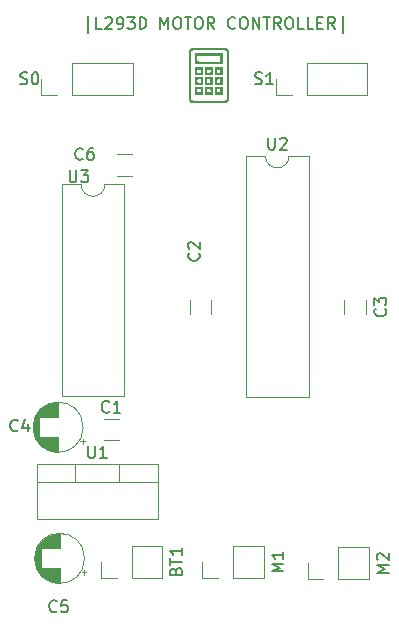
<source format=gbr>
%TF.GenerationSoftware,KiCad,Pcbnew,7.0.6*%
%TF.CreationDate,2023-09-15T11:55:09+02:00*%
%TF.ProjectId,l293d-motor-controller,6c323933-642d-46d6-9f74-6f722d636f6e,rev?*%
%TF.SameCoordinates,Original*%
%TF.FileFunction,Legend,Top*%
%TF.FilePolarity,Positive*%
%FSLAX46Y46*%
G04 Gerber Fmt 4.6, Leading zero omitted, Abs format (unit mm)*
G04 Created by KiCad (PCBNEW 7.0.6) date 2023-09-15 11:55:09*
%MOMM*%
%LPD*%
G01*
G04 APERTURE LIST*
%ADD10C,0.150000*%
%ADD11C,0.120000*%
G04 APERTURE END LIST*
D10*
X112274874Y-99503152D02*
X112274874Y-98074580D01*
X113465350Y-99169819D02*
X112989160Y-99169819D01*
X112989160Y-99169819D02*
X112989160Y-98169819D01*
X113751065Y-98265057D02*
X113798684Y-98217438D01*
X113798684Y-98217438D02*
X113893922Y-98169819D01*
X113893922Y-98169819D02*
X114132017Y-98169819D01*
X114132017Y-98169819D02*
X114227255Y-98217438D01*
X114227255Y-98217438D02*
X114274874Y-98265057D01*
X114274874Y-98265057D02*
X114322493Y-98360295D01*
X114322493Y-98360295D02*
X114322493Y-98455533D01*
X114322493Y-98455533D02*
X114274874Y-98598390D01*
X114274874Y-98598390D02*
X113703446Y-99169819D01*
X113703446Y-99169819D02*
X114322493Y-99169819D01*
X114798684Y-99169819D02*
X114989160Y-99169819D01*
X114989160Y-99169819D02*
X115084398Y-99122200D01*
X115084398Y-99122200D02*
X115132017Y-99074580D01*
X115132017Y-99074580D02*
X115227255Y-98931723D01*
X115227255Y-98931723D02*
X115274874Y-98741247D01*
X115274874Y-98741247D02*
X115274874Y-98360295D01*
X115274874Y-98360295D02*
X115227255Y-98265057D01*
X115227255Y-98265057D02*
X115179636Y-98217438D01*
X115179636Y-98217438D02*
X115084398Y-98169819D01*
X115084398Y-98169819D02*
X114893922Y-98169819D01*
X114893922Y-98169819D02*
X114798684Y-98217438D01*
X114798684Y-98217438D02*
X114751065Y-98265057D01*
X114751065Y-98265057D02*
X114703446Y-98360295D01*
X114703446Y-98360295D02*
X114703446Y-98598390D01*
X114703446Y-98598390D02*
X114751065Y-98693628D01*
X114751065Y-98693628D02*
X114798684Y-98741247D01*
X114798684Y-98741247D02*
X114893922Y-98788866D01*
X114893922Y-98788866D02*
X115084398Y-98788866D01*
X115084398Y-98788866D02*
X115179636Y-98741247D01*
X115179636Y-98741247D02*
X115227255Y-98693628D01*
X115227255Y-98693628D02*
X115274874Y-98598390D01*
X115608208Y-98169819D02*
X116227255Y-98169819D01*
X116227255Y-98169819D02*
X115893922Y-98550771D01*
X115893922Y-98550771D02*
X116036779Y-98550771D01*
X116036779Y-98550771D02*
X116132017Y-98598390D01*
X116132017Y-98598390D02*
X116179636Y-98646009D01*
X116179636Y-98646009D02*
X116227255Y-98741247D01*
X116227255Y-98741247D02*
X116227255Y-98979342D01*
X116227255Y-98979342D02*
X116179636Y-99074580D01*
X116179636Y-99074580D02*
X116132017Y-99122200D01*
X116132017Y-99122200D02*
X116036779Y-99169819D01*
X116036779Y-99169819D02*
X115751065Y-99169819D01*
X115751065Y-99169819D02*
X115655827Y-99122200D01*
X115655827Y-99122200D02*
X115608208Y-99074580D01*
X116655827Y-99169819D02*
X116655827Y-98169819D01*
X116655827Y-98169819D02*
X116893922Y-98169819D01*
X116893922Y-98169819D02*
X117036779Y-98217438D01*
X117036779Y-98217438D02*
X117132017Y-98312676D01*
X117132017Y-98312676D02*
X117179636Y-98407914D01*
X117179636Y-98407914D02*
X117227255Y-98598390D01*
X117227255Y-98598390D02*
X117227255Y-98741247D01*
X117227255Y-98741247D02*
X117179636Y-98931723D01*
X117179636Y-98931723D02*
X117132017Y-99026961D01*
X117132017Y-99026961D02*
X117036779Y-99122200D01*
X117036779Y-99122200D02*
X116893922Y-99169819D01*
X116893922Y-99169819D02*
X116655827Y-99169819D01*
X118417732Y-99169819D02*
X118417732Y-98169819D01*
X118417732Y-98169819D02*
X118751065Y-98884104D01*
X118751065Y-98884104D02*
X119084398Y-98169819D01*
X119084398Y-98169819D02*
X119084398Y-99169819D01*
X119751065Y-98169819D02*
X119941541Y-98169819D01*
X119941541Y-98169819D02*
X120036779Y-98217438D01*
X120036779Y-98217438D02*
X120132017Y-98312676D01*
X120132017Y-98312676D02*
X120179636Y-98503152D01*
X120179636Y-98503152D02*
X120179636Y-98836485D01*
X120179636Y-98836485D02*
X120132017Y-99026961D01*
X120132017Y-99026961D02*
X120036779Y-99122200D01*
X120036779Y-99122200D02*
X119941541Y-99169819D01*
X119941541Y-99169819D02*
X119751065Y-99169819D01*
X119751065Y-99169819D02*
X119655827Y-99122200D01*
X119655827Y-99122200D02*
X119560589Y-99026961D01*
X119560589Y-99026961D02*
X119512970Y-98836485D01*
X119512970Y-98836485D02*
X119512970Y-98503152D01*
X119512970Y-98503152D02*
X119560589Y-98312676D01*
X119560589Y-98312676D02*
X119655827Y-98217438D01*
X119655827Y-98217438D02*
X119751065Y-98169819D01*
X120465351Y-98169819D02*
X121036779Y-98169819D01*
X120751065Y-99169819D02*
X120751065Y-98169819D01*
X121560589Y-98169819D02*
X121751065Y-98169819D01*
X121751065Y-98169819D02*
X121846303Y-98217438D01*
X121846303Y-98217438D02*
X121941541Y-98312676D01*
X121941541Y-98312676D02*
X121989160Y-98503152D01*
X121989160Y-98503152D02*
X121989160Y-98836485D01*
X121989160Y-98836485D02*
X121941541Y-99026961D01*
X121941541Y-99026961D02*
X121846303Y-99122200D01*
X121846303Y-99122200D02*
X121751065Y-99169819D01*
X121751065Y-99169819D02*
X121560589Y-99169819D01*
X121560589Y-99169819D02*
X121465351Y-99122200D01*
X121465351Y-99122200D02*
X121370113Y-99026961D01*
X121370113Y-99026961D02*
X121322494Y-98836485D01*
X121322494Y-98836485D02*
X121322494Y-98503152D01*
X121322494Y-98503152D02*
X121370113Y-98312676D01*
X121370113Y-98312676D02*
X121465351Y-98217438D01*
X121465351Y-98217438D02*
X121560589Y-98169819D01*
X122989160Y-99169819D02*
X122655827Y-98693628D01*
X122417732Y-99169819D02*
X122417732Y-98169819D01*
X122417732Y-98169819D02*
X122798684Y-98169819D01*
X122798684Y-98169819D02*
X122893922Y-98217438D01*
X122893922Y-98217438D02*
X122941541Y-98265057D01*
X122941541Y-98265057D02*
X122989160Y-98360295D01*
X122989160Y-98360295D02*
X122989160Y-98503152D01*
X122989160Y-98503152D02*
X122941541Y-98598390D01*
X122941541Y-98598390D02*
X122893922Y-98646009D01*
X122893922Y-98646009D02*
X122798684Y-98693628D01*
X122798684Y-98693628D02*
X122417732Y-98693628D01*
X124751065Y-99074580D02*
X124703446Y-99122200D01*
X124703446Y-99122200D02*
X124560589Y-99169819D01*
X124560589Y-99169819D02*
X124465351Y-99169819D01*
X124465351Y-99169819D02*
X124322494Y-99122200D01*
X124322494Y-99122200D02*
X124227256Y-99026961D01*
X124227256Y-99026961D02*
X124179637Y-98931723D01*
X124179637Y-98931723D02*
X124132018Y-98741247D01*
X124132018Y-98741247D02*
X124132018Y-98598390D01*
X124132018Y-98598390D02*
X124179637Y-98407914D01*
X124179637Y-98407914D02*
X124227256Y-98312676D01*
X124227256Y-98312676D02*
X124322494Y-98217438D01*
X124322494Y-98217438D02*
X124465351Y-98169819D01*
X124465351Y-98169819D02*
X124560589Y-98169819D01*
X124560589Y-98169819D02*
X124703446Y-98217438D01*
X124703446Y-98217438D02*
X124751065Y-98265057D01*
X125370113Y-98169819D02*
X125560589Y-98169819D01*
X125560589Y-98169819D02*
X125655827Y-98217438D01*
X125655827Y-98217438D02*
X125751065Y-98312676D01*
X125751065Y-98312676D02*
X125798684Y-98503152D01*
X125798684Y-98503152D02*
X125798684Y-98836485D01*
X125798684Y-98836485D02*
X125751065Y-99026961D01*
X125751065Y-99026961D02*
X125655827Y-99122200D01*
X125655827Y-99122200D02*
X125560589Y-99169819D01*
X125560589Y-99169819D02*
X125370113Y-99169819D01*
X125370113Y-99169819D02*
X125274875Y-99122200D01*
X125274875Y-99122200D02*
X125179637Y-99026961D01*
X125179637Y-99026961D02*
X125132018Y-98836485D01*
X125132018Y-98836485D02*
X125132018Y-98503152D01*
X125132018Y-98503152D02*
X125179637Y-98312676D01*
X125179637Y-98312676D02*
X125274875Y-98217438D01*
X125274875Y-98217438D02*
X125370113Y-98169819D01*
X126227256Y-99169819D02*
X126227256Y-98169819D01*
X126227256Y-98169819D02*
X126798684Y-99169819D01*
X126798684Y-99169819D02*
X126798684Y-98169819D01*
X127132018Y-98169819D02*
X127703446Y-98169819D01*
X127417732Y-99169819D02*
X127417732Y-98169819D01*
X128608208Y-99169819D02*
X128274875Y-98693628D01*
X128036780Y-99169819D02*
X128036780Y-98169819D01*
X128036780Y-98169819D02*
X128417732Y-98169819D01*
X128417732Y-98169819D02*
X128512970Y-98217438D01*
X128512970Y-98217438D02*
X128560589Y-98265057D01*
X128560589Y-98265057D02*
X128608208Y-98360295D01*
X128608208Y-98360295D02*
X128608208Y-98503152D01*
X128608208Y-98503152D02*
X128560589Y-98598390D01*
X128560589Y-98598390D02*
X128512970Y-98646009D01*
X128512970Y-98646009D02*
X128417732Y-98693628D01*
X128417732Y-98693628D02*
X128036780Y-98693628D01*
X129227256Y-98169819D02*
X129417732Y-98169819D01*
X129417732Y-98169819D02*
X129512970Y-98217438D01*
X129512970Y-98217438D02*
X129608208Y-98312676D01*
X129608208Y-98312676D02*
X129655827Y-98503152D01*
X129655827Y-98503152D02*
X129655827Y-98836485D01*
X129655827Y-98836485D02*
X129608208Y-99026961D01*
X129608208Y-99026961D02*
X129512970Y-99122200D01*
X129512970Y-99122200D02*
X129417732Y-99169819D01*
X129417732Y-99169819D02*
X129227256Y-99169819D01*
X129227256Y-99169819D02*
X129132018Y-99122200D01*
X129132018Y-99122200D02*
X129036780Y-99026961D01*
X129036780Y-99026961D02*
X128989161Y-98836485D01*
X128989161Y-98836485D02*
X128989161Y-98503152D01*
X128989161Y-98503152D02*
X129036780Y-98312676D01*
X129036780Y-98312676D02*
X129132018Y-98217438D01*
X129132018Y-98217438D02*
X129227256Y-98169819D01*
X130560589Y-99169819D02*
X130084399Y-99169819D01*
X130084399Y-99169819D02*
X130084399Y-98169819D01*
X131370113Y-99169819D02*
X130893923Y-99169819D01*
X130893923Y-99169819D02*
X130893923Y-98169819D01*
X131703447Y-98646009D02*
X132036780Y-98646009D01*
X132179637Y-99169819D02*
X131703447Y-99169819D01*
X131703447Y-99169819D02*
X131703447Y-98169819D01*
X131703447Y-98169819D02*
X132179637Y-98169819D01*
X133179637Y-99169819D02*
X132846304Y-98693628D01*
X132608209Y-99169819D02*
X132608209Y-98169819D01*
X132608209Y-98169819D02*
X132989161Y-98169819D01*
X132989161Y-98169819D02*
X133084399Y-98217438D01*
X133084399Y-98217438D02*
X133132018Y-98265057D01*
X133132018Y-98265057D02*
X133179637Y-98360295D01*
X133179637Y-98360295D02*
X133179637Y-98503152D01*
X133179637Y-98503152D02*
X133132018Y-98598390D01*
X133132018Y-98598390D02*
X133084399Y-98646009D01*
X133084399Y-98646009D02*
X132989161Y-98693628D01*
X132989161Y-98693628D02*
X132608209Y-98693628D01*
X133846304Y-99503152D02*
X133846304Y-98074580D01*
X112298095Y-134484819D02*
X112298095Y-135294342D01*
X112298095Y-135294342D02*
X112345714Y-135389580D01*
X112345714Y-135389580D02*
X112393333Y-135437200D01*
X112393333Y-135437200D02*
X112488571Y-135484819D01*
X112488571Y-135484819D02*
X112679047Y-135484819D01*
X112679047Y-135484819D02*
X112774285Y-135437200D01*
X112774285Y-135437200D02*
X112821904Y-135389580D01*
X112821904Y-135389580D02*
X112869523Y-135294342D01*
X112869523Y-135294342D02*
X112869523Y-134484819D01*
X113869523Y-135484819D02*
X113298095Y-135484819D01*
X113583809Y-135484819D02*
X113583809Y-134484819D01*
X113583809Y-134484819D02*
X113488571Y-134627676D01*
X113488571Y-134627676D02*
X113393333Y-134722914D01*
X113393333Y-134722914D02*
X113298095Y-134770533D01*
X137734819Y-145209523D02*
X136734819Y-145209523D01*
X136734819Y-145209523D02*
X137449104Y-144876190D01*
X137449104Y-144876190D02*
X136734819Y-144542857D01*
X136734819Y-144542857D02*
X137734819Y-144542857D01*
X136830057Y-144114285D02*
X136782438Y-144066666D01*
X136782438Y-144066666D02*
X136734819Y-143971428D01*
X136734819Y-143971428D02*
X136734819Y-143733333D01*
X136734819Y-143733333D02*
X136782438Y-143638095D01*
X136782438Y-143638095D02*
X136830057Y-143590476D01*
X136830057Y-143590476D02*
X136925295Y-143542857D01*
X136925295Y-143542857D02*
X137020533Y-143542857D01*
X137020533Y-143542857D02*
X137163390Y-143590476D01*
X137163390Y-143590476D02*
X137734819Y-144161904D01*
X137734819Y-144161904D02*
X137734819Y-143542857D01*
X119711009Y-145085714D02*
X119758628Y-144942857D01*
X119758628Y-144942857D02*
X119806247Y-144895238D01*
X119806247Y-144895238D02*
X119901485Y-144847619D01*
X119901485Y-144847619D02*
X120044342Y-144847619D01*
X120044342Y-144847619D02*
X120139580Y-144895238D01*
X120139580Y-144895238D02*
X120187200Y-144942857D01*
X120187200Y-144942857D02*
X120234819Y-145038095D01*
X120234819Y-145038095D02*
X120234819Y-145419047D01*
X120234819Y-145419047D02*
X119234819Y-145419047D01*
X119234819Y-145419047D02*
X119234819Y-145085714D01*
X119234819Y-145085714D02*
X119282438Y-144990476D01*
X119282438Y-144990476D02*
X119330057Y-144942857D01*
X119330057Y-144942857D02*
X119425295Y-144895238D01*
X119425295Y-144895238D02*
X119520533Y-144895238D01*
X119520533Y-144895238D02*
X119615771Y-144942857D01*
X119615771Y-144942857D02*
X119663390Y-144990476D01*
X119663390Y-144990476D02*
X119711009Y-145085714D01*
X119711009Y-145085714D02*
X119711009Y-145419047D01*
X119234819Y-144561904D02*
X119234819Y-143990476D01*
X120234819Y-144276190D02*
X119234819Y-144276190D01*
X120234819Y-143133333D02*
X120234819Y-143704761D01*
X120234819Y-143419047D02*
X119234819Y-143419047D01*
X119234819Y-143419047D02*
X119377676Y-143514285D01*
X119377676Y-143514285D02*
X119472914Y-143609523D01*
X119472914Y-143609523D02*
X119520533Y-143704761D01*
X109633333Y-148459580D02*
X109585714Y-148507200D01*
X109585714Y-148507200D02*
X109442857Y-148554819D01*
X109442857Y-148554819D02*
X109347619Y-148554819D01*
X109347619Y-148554819D02*
X109204762Y-148507200D01*
X109204762Y-148507200D02*
X109109524Y-148411961D01*
X109109524Y-148411961D02*
X109061905Y-148316723D01*
X109061905Y-148316723D02*
X109014286Y-148126247D01*
X109014286Y-148126247D02*
X109014286Y-147983390D01*
X109014286Y-147983390D02*
X109061905Y-147792914D01*
X109061905Y-147792914D02*
X109109524Y-147697676D01*
X109109524Y-147697676D02*
X109204762Y-147602438D01*
X109204762Y-147602438D02*
X109347619Y-147554819D01*
X109347619Y-147554819D02*
X109442857Y-147554819D01*
X109442857Y-147554819D02*
X109585714Y-147602438D01*
X109585714Y-147602438D02*
X109633333Y-147650057D01*
X110538095Y-147554819D02*
X110061905Y-147554819D01*
X110061905Y-147554819D02*
X110014286Y-148031009D01*
X110014286Y-148031009D02*
X110061905Y-147983390D01*
X110061905Y-147983390D02*
X110157143Y-147935771D01*
X110157143Y-147935771D02*
X110395238Y-147935771D01*
X110395238Y-147935771D02*
X110490476Y-147983390D01*
X110490476Y-147983390D02*
X110538095Y-148031009D01*
X110538095Y-148031009D02*
X110585714Y-148126247D01*
X110585714Y-148126247D02*
X110585714Y-148364342D01*
X110585714Y-148364342D02*
X110538095Y-148459580D01*
X110538095Y-148459580D02*
X110490476Y-148507200D01*
X110490476Y-148507200D02*
X110395238Y-148554819D01*
X110395238Y-148554819D02*
X110157143Y-148554819D01*
X110157143Y-148554819D02*
X110061905Y-148507200D01*
X110061905Y-148507200D02*
X110014286Y-148459580D01*
X128834819Y-145109523D02*
X127834819Y-145109523D01*
X127834819Y-145109523D02*
X128549104Y-144776190D01*
X128549104Y-144776190D02*
X127834819Y-144442857D01*
X127834819Y-144442857D02*
X128834819Y-144442857D01*
X128834819Y-143442857D02*
X128834819Y-144014285D01*
X128834819Y-143728571D02*
X127834819Y-143728571D01*
X127834819Y-143728571D02*
X127977676Y-143823809D01*
X127977676Y-143823809D02*
X128072914Y-143919047D01*
X128072914Y-143919047D02*
X128120533Y-144014285D01*
X114083333Y-131559580D02*
X114035714Y-131607200D01*
X114035714Y-131607200D02*
X113892857Y-131654819D01*
X113892857Y-131654819D02*
X113797619Y-131654819D01*
X113797619Y-131654819D02*
X113654762Y-131607200D01*
X113654762Y-131607200D02*
X113559524Y-131511961D01*
X113559524Y-131511961D02*
X113511905Y-131416723D01*
X113511905Y-131416723D02*
X113464286Y-131226247D01*
X113464286Y-131226247D02*
X113464286Y-131083390D01*
X113464286Y-131083390D02*
X113511905Y-130892914D01*
X113511905Y-130892914D02*
X113559524Y-130797676D01*
X113559524Y-130797676D02*
X113654762Y-130702438D01*
X113654762Y-130702438D02*
X113797619Y-130654819D01*
X113797619Y-130654819D02*
X113892857Y-130654819D01*
X113892857Y-130654819D02*
X114035714Y-130702438D01*
X114035714Y-130702438D02*
X114083333Y-130750057D01*
X115035714Y-131654819D02*
X114464286Y-131654819D01*
X114750000Y-131654819D02*
X114750000Y-130654819D01*
X114750000Y-130654819D02*
X114654762Y-130797676D01*
X114654762Y-130797676D02*
X114559524Y-130892914D01*
X114559524Y-130892914D02*
X114464286Y-130940533D01*
X126428095Y-103807200D02*
X126570952Y-103854819D01*
X126570952Y-103854819D02*
X126809047Y-103854819D01*
X126809047Y-103854819D02*
X126904285Y-103807200D01*
X126904285Y-103807200D02*
X126951904Y-103759580D01*
X126951904Y-103759580D02*
X126999523Y-103664342D01*
X126999523Y-103664342D02*
X126999523Y-103569104D01*
X126999523Y-103569104D02*
X126951904Y-103473866D01*
X126951904Y-103473866D02*
X126904285Y-103426247D01*
X126904285Y-103426247D02*
X126809047Y-103378628D01*
X126809047Y-103378628D02*
X126618571Y-103331009D01*
X126618571Y-103331009D02*
X126523333Y-103283390D01*
X126523333Y-103283390D02*
X126475714Y-103235771D01*
X126475714Y-103235771D02*
X126428095Y-103140533D01*
X126428095Y-103140533D02*
X126428095Y-103045295D01*
X126428095Y-103045295D02*
X126475714Y-102950057D01*
X126475714Y-102950057D02*
X126523333Y-102902438D01*
X126523333Y-102902438D02*
X126618571Y-102854819D01*
X126618571Y-102854819D02*
X126856666Y-102854819D01*
X126856666Y-102854819D02*
X126999523Y-102902438D01*
X127951904Y-103854819D02*
X127380476Y-103854819D01*
X127666190Y-103854819D02*
X127666190Y-102854819D01*
X127666190Y-102854819D02*
X127570952Y-102997676D01*
X127570952Y-102997676D02*
X127475714Y-103092914D01*
X127475714Y-103092914D02*
X127380476Y-103140533D01*
X121659580Y-118166666D02*
X121707200Y-118214285D01*
X121707200Y-118214285D02*
X121754819Y-118357142D01*
X121754819Y-118357142D02*
X121754819Y-118452380D01*
X121754819Y-118452380D02*
X121707200Y-118595237D01*
X121707200Y-118595237D02*
X121611961Y-118690475D01*
X121611961Y-118690475D02*
X121516723Y-118738094D01*
X121516723Y-118738094D02*
X121326247Y-118785713D01*
X121326247Y-118785713D02*
X121183390Y-118785713D01*
X121183390Y-118785713D02*
X120992914Y-118738094D01*
X120992914Y-118738094D02*
X120897676Y-118690475D01*
X120897676Y-118690475D02*
X120802438Y-118595237D01*
X120802438Y-118595237D02*
X120754819Y-118452380D01*
X120754819Y-118452380D02*
X120754819Y-118357142D01*
X120754819Y-118357142D02*
X120802438Y-118214285D01*
X120802438Y-118214285D02*
X120850057Y-118166666D01*
X120850057Y-117785713D02*
X120802438Y-117738094D01*
X120802438Y-117738094D02*
X120754819Y-117642856D01*
X120754819Y-117642856D02*
X120754819Y-117404761D01*
X120754819Y-117404761D02*
X120802438Y-117309523D01*
X120802438Y-117309523D02*
X120850057Y-117261904D01*
X120850057Y-117261904D02*
X120945295Y-117214285D01*
X120945295Y-117214285D02*
X121040533Y-117214285D01*
X121040533Y-117214285D02*
X121183390Y-117261904D01*
X121183390Y-117261904D02*
X121754819Y-117833332D01*
X121754819Y-117833332D02*
X121754819Y-117214285D01*
X110738095Y-111154819D02*
X110738095Y-111964342D01*
X110738095Y-111964342D02*
X110785714Y-112059580D01*
X110785714Y-112059580D02*
X110833333Y-112107200D01*
X110833333Y-112107200D02*
X110928571Y-112154819D01*
X110928571Y-112154819D02*
X111119047Y-112154819D01*
X111119047Y-112154819D02*
X111214285Y-112107200D01*
X111214285Y-112107200D02*
X111261904Y-112059580D01*
X111261904Y-112059580D02*
X111309523Y-111964342D01*
X111309523Y-111964342D02*
X111309523Y-111154819D01*
X111690476Y-111154819D02*
X112309523Y-111154819D01*
X112309523Y-111154819D02*
X111976190Y-111535771D01*
X111976190Y-111535771D02*
X112119047Y-111535771D01*
X112119047Y-111535771D02*
X112214285Y-111583390D01*
X112214285Y-111583390D02*
X112261904Y-111631009D01*
X112261904Y-111631009D02*
X112309523Y-111726247D01*
X112309523Y-111726247D02*
X112309523Y-111964342D01*
X112309523Y-111964342D02*
X112261904Y-112059580D01*
X112261904Y-112059580D02*
X112214285Y-112107200D01*
X112214285Y-112107200D02*
X112119047Y-112154819D01*
X112119047Y-112154819D02*
X111833333Y-112154819D01*
X111833333Y-112154819D02*
X111738095Y-112107200D01*
X111738095Y-112107200D02*
X111690476Y-112059580D01*
X106333333Y-133159580D02*
X106285714Y-133207200D01*
X106285714Y-133207200D02*
X106142857Y-133254819D01*
X106142857Y-133254819D02*
X106047619Y-133254819D01*
X106047619Y-133254819D02*
X105904762Y-133207200D01*
X105904762Y-133207200D02*
X105809524Y-133111961D01*
X105809524Y-133111961D02*
X105761905Y-133016723D01*
X105761905Y-133016723D02*
X105714286Y-132826247D01*
X105714286Y-132826247D02*
X105714286Y-132683390D01*
X105714286Y-132683390D02*
X105761905Y-132492914D01*
X105761905Y-132492914D02*
X105809524Y-132397676D01*
X105809524Y-132397676D02*
X105904762Y-132302438D01*
X105904762Y-132302438D02*
X106047619Y-132254819D01*
X106047619Y-132254819D02*
X106142857Y-132254819D01*
X106142857Y-132254819D02*
X106285714Y-132302438D01*
X106285714Y-132302438D02*
X106333333Y-132350057D01*
X107190476Y-132588152D02*
X107190476Y-133254819D01*
X106952381Y-132207200D02*
X106714286Y-132921485D01*
X106714286Y-132921485D02*
X107333333Y-132921485D01*
X127548095Y-108384819D02*
X127548095Y-109194342D01*
X127548095Y-109194342D02*
X127595714Y-109289580D01*
X127595714Y-109289580D02*
X127643333Y-109337200D01*
X127643333Y-109337200D02*
X127738571Y-109384819D01*
X127738571Y-109384819D02*
X127929047Y-109384819D01*
X127929047Y-109384819D02*
X128024285Y-109337200D01*
X128024285Y-109337200D02*
X128071904Y-109289580D01*
X128071904Y-109289580D02*
X128119523Y-109194342D01*
X128119523Y-109194342D02*
X128119523Y-108384819D01*
X128548095Y-108480057D02*
X128595714Y-108432438D01*
X128595714Y-108432438D02*
X128690952Y-108384819D01*
X128690952Y-108384819D02*
X128929047Y-108384819D01*
X128929047Y-108384819D02*
X129024285Y-108432438D01*
X129024285Y-108432438D02*
X129071904Y-108480057D01*
X129071904Y-108480057D02*
X129119523Y-108575295D01*
X129119523Y-108575295D02*
X129119523Y-108670533D01*
X129119523Y-108670533D02*
X129071904Y-108813390D01*
X129071904Y-108813390D02*
X128500476Y-109384819D01*
X128500476Y-109384819D02*
X129119523Y-109384819D01*
X106568095Y-103807200D02*
X106710952Y-103854819D01*
X106710952Y-103854819D02*
X106949047Y-103854819D01*
X106949047Y-103854819D02*
X107044285Y-103807200D01*
X107044285Y-103807200D02*
X107091904Y-103759580D01*
X107091904Y-103759580D02*
X107139523Y-103664342D01*
X107139523Y-103664342D02*
X107139523Y-103569104D01*
X107139523Y-103569104D02*
X107091904Y-103473866D01*
X107091904Y-103473866D02*
X107044285Y-103426247D01*
X107044285Y-103426247D02*
X106949047Y-103378628D01*
X106949047Y-103378628D02*
X106758571Y-103331009D01*
X106758571Y-103331009D02*
X106663333Y-103283390D01*
X106663333Y-103283390D02*
X106615714Y-103235771D01*
X106615714Y-103235771D02*
X106568095Y-103140533D01*
X106568095Y-103140533D02*
X106568095Y-103045295D01*
X106568095Y-103045295D02*
X106615714Y-102950057D01*
X106615714Y-102950057D02*
X106663333Y-102902438D01*
X106663333Y-102902438D02*
X106758571Y-102854819D01*
X106758571Y-102854819D02*
X106996666Y-102854819D01*
X106996666Y-102854819D02*
X107139523Y-102902438D01*
X107758571Y-102854819D02*
X107853809Y-102854819D01*
X107853809Y-102854819D02*
X107949047Y-102902438D01*
X107949047Y-102902438D02*
X107996666Y-102950057D01*
X107996666Y-102950057D02*
X108044285Y-103045295D01*
X108044285Y-103045295D02*
X108091904Y-103235771D01*
X108091904Y-103235771D02*
X108091904Y-103473866D01*
X108091904Y-103473866D02*
X108044285Y-103664342D01*
X108044285Y-103664342D02*
X107996666Y-103759580D01*
X107996666Y-103759580D02*
X107949047Y-103807200D01*
X107949047Y-103807200D02*
X107853809Y-103854819D01*
X107853809Y-103854819D02*
X107758571Y-103854819D01*
X107758571Y-103854819D02*
X107663333Y-103807200D01*
X107663333Y-103807200D02*
X107615714Y-103759580D01*
X107615714Y-103759580D02*
X107568095Y-103664342D01*
X107568095Y-103664342D02*
X107520476Y-103473866D01*
X107520476Y-103473866D02*
X107520476Y-103235771D01*
X107520476Y-103235771D02*
X107568095Y-103045295D01*
X107568095Y-103045295D02*
X107615714Y-102950057D01*
X107615714Y-102950057D02*
X107663333Y-102902438D01*
X107663333Y-102902438D02*
X107758571Y-102854819D01*
X137439580Y-122881666D02*
X137487200Y-122929285D01*
X137487200Y-122929285D02*
X137534819Y-123072142D01*
X137534819Y-123072142D02*
X137534819Y-123167380D01*
X137534819Y-123167380D02*
X137487200Y-123310237D01*
X137487200Y-123310237D02*
X137391961Y-123405475D01*
X137391961Y-123405475D02*
X137296723Y-123453094D01*
X137296723Y-123453094D02*
X137106247Y-123500713D01*
X137106247Y-123500713D02*
X136963390Y-123500713D01*
X136963390Y-123500713D02*
X136772914Y-123453094D01*
X136772914Y-123453094D02*
X136677676Y-123405475D01*
X136677676Y-123405475D02*
X136582438Y-123310237D01*
X136582438Y-123310237D02*
X136534819Y-123167380D01*
X136534819Y-123167380D02*
X136534819Y-123072142D01*
X136534819Y-123072142D02*
X136582438Y-122929285D01*
X136582438Y-122929285D02*
X136630057Y-122881666D01*
X136534819Y-122548332D02*
X136534819Y-121929285D01*
X136534819Y-121929285D02*
X136915771Y-122262618D01*
X136915771Y-122262618D02*
X136915771Y-122119761D01*
X136915771Y-122119761D02*
X136963390Y-122024523D01*
X136963390Y-122024523D02*
X137011009Y-121976904D01*
X137011009Y-121976904D02*
X137106247Y-121929285D01*
X137106247Y-121929285D02*
X137344342Y-121929285D01*
X137344342Y-121929285D02*
X137439580Y-121976904D01*
X137439580Y-121976904D02*
X137487200Y-122024523D01*
X137487200Y-122024523D02*
X137534819Y-122119761D01*
X137534819Y-122119761D02*
X137534819Y-122405475D01*
X137534819Y-122405475D02*
X137487200Y-122500713D01*
X137487200Y-122500713D02*
X137439580Y-122548332D01*
X111833333Y-110159580D02*
X111785714Y-110207200D01*
X111785714Y-110207200D02*
X111642857Y-110254819D01*
X111642857Y-110254819D02*
X111547619Y-110254819D01*
X111547619Y-110254819D02*
X111404762Y-110207200D01*
X111404762Y-110207200D02*
X111309524Y-110111961D01*
X111309524Y-110111961D02*
X111261905Y-110016723D01*
X111261905Y-110016723D02*
X111214286Y-109826247D01*
X111214286Y-109826247D02*
X111214286Y-109683390D01*
X111214286Y-109683390D02*
X111261905Y-109492914D01*
X111261905Y-109492914D02*
X111309524Y-109397676D01*
X111309524Y-109397676D02*
X111404762Y-109302438D01*
X111404762Y-109302438D02*
X111547619Y-109254819D01*
X111547619Y-109254819D02*
X111642857Y-109254819D01*
X111642857Y-109254819D02*
X111785714Y-109302438D01*
X111785714Y-109302438D02*
X111833333Y-109350057D01*
X112690476Y-109254819D02*
X112500000Y-109254819D01*
X112500000Y-109254819D02*
X112404762Y-109302438D01*
X112404762Y-109302438D02*
X112357143Y-109350057D01*
X112357143Y-109350057D02*
X112261905Y-109492914D01*
X112261905Y-109492914D02*
X112214286Y-109683390D01*
X112214286Y-109683390D02*
X112214286Y-110064342D01*
X112214286Y-110064342D02*
X112261905Y-110159580D01*
X112261905Y-110159580D02*
X112309524Y-110207200D01*
X112309524Y-110207200D02*
X112404762Y-110254819D01*
X112404762Y-110254819D02*
X112595238Y-110254819D01*
X112595238Y-110254819D02*
X112690476Y-110207200D01*
X112690476Y-110207200D02*
X112738095Y-110159580D01*
X112738095Y-110159580D02*
X112785714Y-110064342D01*
X112785714Y-110064342D02*
X112785714Y-109826247D01*
X112785714Y-109826247D02*
X112738095Y-109731009D01*
X112738095Y-109731009D02*
X112690476Y-109683390D01*
X112690476Y-109683390D02*
X112595238Y-109635771D01*
X112595238Y-109635771D02*
X112404762Y-109635771D01*
X112404762Y-109635771D02*
X112309524Y-109683390D01*
X112309524Y-109683390D02*
X112261905Y-109731009D01*
X112261905Y-109731009D02*
X112214286Y-109826247D01*
D11*
%TO.C,U1*%
X107940000Y-136030000D02*
X107940000Y-140671000D01*
X107940000Y-136030000D02*
X118180000Y-136030000D01*
X107940000Y-137540000D02*
X118180000Y-137540000D01*
X107940000Y-140671000D02*
X118180000Y-140671000D01*
X111210000Y-136030000D02*
X111210000Y-137540000D01*
X114911000Y-136030000D02*
X114911000Y-137540000D01*
X118180000Y-136030000D02*
X118180000Y-140671000D01*
%TO.C,M2*%
X130870000Y-145730000D02*
X130870000Y-144400000D01*
X132200000Y-145730000D02*
X130870000Y-145730000D01*
X133470000Y-145730000D02*
X136070000Y-145730000D01*
X133470000Y-145730000D02*
X133470000Y-143070000D01*
X136070000Y-145730000D02*
X136070000Y-143070000D01*
X133470000Y-143070000D02*
X136070000Y-143070000D01*
%TO.C,BT1*%
X113370000Y-145630000D02*
X113370000Y-144300000D01*
X114700000Y-145630000D02*
X113370000Y-145630000D01*
X115970000Y-145630000D02*
X118570000Y-145630000D01*
X115970000Y-145630000D02*
X115970000Y-142970000D01*
X118570000Y-145630000D02*
X118570000Y-142970000D01*
X115970000Y-142970000D02*
X118570000Y-142970000D01*
%TO.C,C5*%
X112142401Y-145195000D02*
X111742401Y-145195000D01*
X111942401Y-145395000D02*
X111942401Y-144995000D01*
X109872600Y-146080000D02*
X109872600Y-144840000D01*
X109872600Y-143160000D02*
X109872600Y-141920000D01*
X109832600Y-146080000D02*
X109832600Y-144840000D01*
X109832600Y-143160000D02*
X109832600Y-141920000D01*
X109792600Y-146079000D02*
X109792600Y-144840000D01*
X109792600Y-143160000D02*
X109792600Y-141921000D01*
X109752600Y-146077000D02*
X109752600Y-144840000D01*
X109752600Y-143160000D02*
X109752600Y-141923000D01*
X109712600Y-146074000D02*
X109712600Y-144840000D01*
X109712600Y-143160000D02*
X109712600Y-141926000D01*
X109672600Y-146071000D02*
X109672600Y-144840000D01*
X109672600Y-143160000D02*
X109672600Y-141929000D01*
X109632600Y-146067000D02*
X109632600Y-144840000D01*
X109632600Y-143160000D02*
X109632600Y-141933000D01*
X109592600Y-146062000D02*
X109592600Y-144840000D01*
X109592600Y-143160000D02*
X109592600Y-141938000D01*
X109552600Y-146056000D02*
X109552600Y-144840000D01*
X109552600Y-143160000D02*
X109552600Y-141944000D01*
X109512600Y-146050000D02*
X109512600Y-144840000D01*
X109512600Y-143160000D02*
X109512600Y-141950000D01*
X109472600Y-146042000D02*
X109472600Y-144840000D01*
X109472600Y-143160000D02*
X109472600Y-141958000D01*
X109432600Y-146034000D02*
X109432600Y-144840000D01*
X109432600Y-143160000D02*
X109432600Y-141966000D01*
X109392600Y-146025000D02*
X109392600Y-144840000D01*
X109392600Y-143160000D02*
X109392600Y-141975000D01*
X109352600Y-146016000D02*
X109352600Y-144840000D01*
X109352600Y-143160000D02*
X109352600Y-141984000D01*
X109312600Y-146005000D02*
X109312600Y-144840000D01*
X109312600Y-143160000D02*
X109312600Y-141995000D01*
X109272600Y-145994000D02*
X109272600Y-144840000D01*
X109272600Y-143160000D02*
X109272600Y-142006000D01*
X109232600Y-145982000D02*
X109232600Y-144840000D01*
X109232600Y-143160000D02*
X109232600Y-142018000D01*
X109192600Y-145968000D02*
X109192600Y-144840000D01*
X109192600Y-143160000D02*
X109192600Y-142032000D01*
X109151600Y-145954000D02*
X109151600Y-144840000D01*
X109151600Y-143160000D02*
X109151600Y-142046000D01*
X109111600Y-145940000D02*
X109111600Y-144840000D01*
X109111600Y-143160000D02*
X109111600Y-142060000D01*
X109071600Y-145924000D02*
X109071600Y-144840000D01*
X109071600Y-143160000D02*
X109071600Y-142076000D01*
X109031600Y-145907000D02*
X109031600Y-144840000D01*
X109031600Y-143160000D02*
X109031600Y-142093000D01*
X108991600Y-145889000D02*
X108991600Y-144840000D01*
X108991600Y-143160000D02*
X108991600Y-142111000D01*
X108951600Y-145870000D02*
X108951600Y-144840000D01*
X108951600Y-143160000D02*
X108951600Y-142130000D01*
X108911600Y-145851000D02*
X108911600Y-144840000D01*
X108911600Y-143160000D02*
X108911600Y-142149000D01*
X108871600Y-145830000D02*
X108871600Y-144840000D01*
X108871600Y-143160000D02*
X108871600Y-142170000D01*
X108831600Y-145808000D02*
X108831600Y-144840000D01*
X108831600Y-143160000D02*
X108831600Y-142192000D01*
X108791600Y-145785000D02*
X108791600Y-144840000D01*
X108791600Y-143160000D02*
X108791600Y-142215000D01*
X108751600Y-145760000D02*
X108751600Y-144840000D01*
X108751600Y-143160000D02*
X108751600Y-142240000D01*
X108711600Y-145735000D02*
X108711600Y-144840000D01*
X108711600Y-143160000D02*
X108711600Y-142265000D01*
X108671600Y-145708000D02*
X108671600Y-144840000D01*
X108671600Y-143160000D02*
X108671600Y-142292000D01*
X108631600Y-145680000D02*
X108631600Y-144840000D01*
X108631600Y-143160000D02*
X108631600Y-142320000D01*
X108591600Y-145650000D02*
X108591600Y-144840000D01*
X108591600Y-143160000D02*
X108591600Y-142350000D01*
X108551600Y-145619000D02*
X108551600Y-144840000D01*
X108551600Y-143160000D02*
X108551600Y-142381000D01*
X108511600Y-145587000D02*
X108511600Y-144840000D01*
X108511600Y-143160000D02*
X108511600Y-142413000D01*
X108471600Y-145552000D02*
X108471600Y-144840000D01*
X108471600Y-143160000D02*
X108471600Y-142448000D01*
X108431600Y-145516000D02*
X108431600Y-144840000D01*
X108431600Y-143160000D02*
X108431600Y-142484000D01*
X108391600Y-145478000D02*
X108391600Y-144840000D01*
X108391600Y-143160000D02*
X108391600Y-142522000D01*
X108351600Y-145438000D02*
X108351600Y-144840000D01*
X108351600Y-143160000D02*
X108351600Y-142562000D01*
X108311600Y-145396000D02*
X108311600Y-144840000D01*
X108311600Y-143160000D02*
X108311600Y-142604000D01*
X108271600Y-145351000D02*
X108271600Y-142649000D01*
X108231600Y-145304000D02*
X108231600Y-142696000D01*
X108191600Y-145254000D02*
X108191600Y-142746000D01*
X108151600Y-145200000D02*
X108151600Y-142800000D01*
X108111600Y-145142000D02*
X108111600Y-142858000D01*
X108071600Y-145080000D02*
X108071600Y-142920000D01*
X108031600Y-145013000D02*
X108031600Y-142987000D01*
X107991600Y-144940000D02*
X107991600Y-143060000D01*
X107951600Y-144859000D02*
X107951600Y-143141000D01*
X107911600Y-144768000D02*
X107911600Y-143232000D01*
X107871600Y-144664000D02*
X107871600Y-143336000D01*
X107831600Y-144537000D02*
X107831600Y-143463000D01*
X107791600Y-144370000D02*
X107791600Y-143630000D01*
X111992600Y-144000000D02*
G75*
G03*
X111992600Y-144000000I-2120000J0D01*
G01*
%TO.C,M1*%
X121970000Y-145630000D02*
X121970000Y-144300000D01*
X123300000Y-145630000D02*
X121970000Y-145630000D01*
X124570000Y-145630000D02*
X127170000Y-145630000D01*
X124570000Y-145630000D02*
X124570000Y-142970000D01*
X127170000Y-145630000D02*
X127170000Y-142970000D01*
X124570000Y-142970000D02*
X127170000Y-142970000D01*
%TO.C,C1*%
X113671000Y-132180000D02*
X114929000Y-132180000D01*
X113671000Y-134020000D02*
X114929000Y-134020000D01*
%TO.C,G\u002A\u002A\u002A*%
G36*
X122019688Y-104413793D02*
G01*
X122019688Y-104738709D01*
X121694772Y-104738709D01*
X121369855Y-104738709D01*
X121369855Y-104540934D01*
X121536281Y-104540934D01*
X121679097Y-104540934D01*
X121821913Y-104540934D01*
X121821913Y-104398118D01*
X121821913Y-104255302D01*
X121687708Y-104263913D01*
X121553504Y-104272525D01*
X121544892Y-104406729D01*
X121536281Y-104540934D01*
X121369855Y-104540934D01*
X121369855Y-104413793D01*
X121369855Y-104088876D01*
X121694772Y-104088876D01*
X122019688Y-104088876D01*
X122019688Y-104413793D01*
G37*
G36*
X122839043Y-102746829D02*
G01*
X122839043Y-103071746D01*
X122514126Y-103071746D01*
X122189210Y-103071746D01*
X122189210Y-102746829D01*
X122189210Y-102619688D01*
X122386985Y-102619688D01*
X122386985Y-102762504D01*
X122386985Y-102905320D01*
X122521190Y-102896709D01*
X122655395Y-102888098D01*
X122664006Y-102753893D01*
X122672617Y-102619688D01*
X122529801Y-102619688D01*
X122386985Y-102619688D01*
X122189210Y-102619688D01*
X122189210Y-102421913D01*
X122514126Y-102421913D01*
X122839043Y-102421913D01*
X122839043Y-102746829D01*
G37*
G36*
X122839043Y-103580311D02*
G01*
X122839043Y-103919354D01*
X122514126Y-103919354D01*
X122189210Y-103919354D01*
X122189210Y-103580311D01*
X122189210Y-103435947D01*
X122386985Y-103435947D01*
X122386985Y-103580311D01*
X122386985Y-103724675D01*
X122521190Y-103716064D01*
X122655395Y-103707452D01*
X122655395Y-103580311D01*
X122655395Y-103453170D01*
X122521190Y-103444558D01*
X122386985Y-103435947D01*
X122189210Y-103435947D01*
X122189210Y-103241268D01*
X122514126Y-103241268D01*
X122839043Y-103241268D01*
X122839043Y-103580311D01*
G37*
G36*
X122839043Y-104413793D02*
G01*
X122839043Y-104738709D01*
X122514126Y-104738709D01*
X122189210Y-104738709D01*
X122189210Y-104413793D01*
X122189210Y-104255302D01*
X122386985Y-104255302D01*
X122386985Y-104398118D01*
X122386985Y-104540934D01*
X122529801Y-104540934D01*
X122672617Y-104540934D01*
X122664006Y-104406729D01*
X122655395Y-104272525D01*
X122521190Y-104263913D01*
X122386985Y-104255302D01*
X122189210Y-104255302D01*
X122189210Y-104088876D01*
X122514126Y-104088876D01*
X122839043Y-104088876D01*
X122839043Y-104413793D01*
G37*
G36*
X123686651Y-104413793D02*
G01*
X123686651Y-104738709D01*
X123361735Y-104738709D01*
X123036818Y-104738709D01*
X123036818Y-104540934D01*
X123203244Y-104540934D01*
X123346060Y-104540934D01*
X123488876Y-104540934D01*
X123488876Y-104398118D01*
X123488876Y-104255302D01*
X123354671Y-104263913D01*
X123220467Y-104272525D01*
X123211855Y-104406729D01*
X123203244Y-104540934D01*
X123036818Y-104540934D01*
X123036818Y-104413793D01*
X123036818Y-104088876D01*
X123361735Y-104088876D01*
X123686651Y-104088876D01*
X123686651Y-104413793D01*
G37*
G36*
X122019688Y-102746829D02*
G01*
X122019688Y-103071746D01*
X121694772Y-103071746D01*
X121369855Y-103071746D01*
X121369855Y-102746829D01*
X121369855Y-102619688D01*
X121539377Y-102619688D01*
X121539377Y-102742121D01*
X121543384Y-102821404D01*
X121553444Y-102874621D01*
X121558212Y-102883389D01*
X121595841Y-102894970D01*
X121667873Y-102901609D01*
X121699481Y-102902224D01*
X121821913Y-102902224D01*
X121821913Y-102760956D01*
X121821913Y-102619688D01*
X121680645Y-102619688D01*
X121539377Y-102619688D01*
X121369855Y-102619688D01*
X121369855Y-102421913D01*
X121694772Y-102421913D01*
X122019688Y-102421913D01*
X122019688Y-102746829D01*
G37*
G36*
X122019688Y-103580311D02*
G01*
X122019688Y-103919354D01*
X121694772Y-103919354D01*
X121369855Y-103919354D01*
X121369855Y-103643198D01*
X121542347Y-103643198D01*
X121565892Y-103696125D01*
X121625167Y-103718200D01*
X121693885Y-103721579D01*
X121821913Y-103721579D01*
X121821913Y-103578763D01*
X121821913Y-103435947D01*
X121687708Y-103444558D01*
X121606456Y-103452261D01*
X121565680Y-103469332D01*
X121549392Y-103507282D01*
X121544449Y-103547684D01*
X121542347Y-103643198D01*
X121369855Y-103643198D01*
X121369855Y-103580311D01*
X121369855Y-103241268D01*
X121694772Y-103241268D01*
X122019688Y-103241268D01*
X122019688Y-103580311D01*
G37*
G36*
X123686651Y-102746829D02*
G01*
X123686651Y-103071746D01*
X123361735Y-103071746D01*
X123036818Y-103071746D01*
X123036818Y-102746829D01*
X123036818Y-102619688D01*
X123206340Y-102619688D01*
X123206340Y-102742121D01*
X123210347Y-102821404D01*
X123220408Y-102874621D01*
X123225176Y-102883389D01*
X123262804Y-102894970D01*
X123334836Y-102901609D01*
X123366444Y-102902224D01*
X123488876Y-102902224D01*
X123488876Y-102760956D01*
X123488876Y-102619688D01*
X123347608Y-102619688D01*
X123206340Y-102619688D01*
X123036818Y-102619688D01*
X123036818Y-102421913D01*
X123361735Y-102421913D01*
X123686651Y-102421913D01*
X123686651Y-102746829D01*
G37*
G36*
X123686651Y-103580311D02*
G01*
X123686651Y-103919354D01*
X123361735Y-103919354D01*
X123036818Y-103919354D01*
X123036818Y-103643198D01*
X123209310Y-103643198D01*
X123232855Y-103696125D01*
X123292131Y-103718200D01*
X123360848Y-103721579D01*
X123488876Y-103721579D01*
X123488876Y-103578763D01*
X123488876Y-103435947D01*
X123354671Y-103444558D01*
X123273419Y-103452261D01*
X123232643Y-103469332D01*
X123216355Y-103507282D01*
X123211413Y-103547684D01*
X123209310Y-103643198D01*
X123036818Y-103643198D01*
X123036818Y-103580311D01*
X123036818Y-103241268D01*
X123361735Y-103241268D01*
X123686651Y-103241268D01*
X123686651Y-103580311D01*
G37*
G36*
X123686651Y-101687319D02*
G01*
X123686651Y-102139377D01*
X122528253Y-102139377D01*
X121369855Y-102139377D01*
X121369855Y-101687319D01*
X121369855Y-101433036D01*
X121539377Y-101433036D01*
X121539377Y-101668483D01*
X121541498Y-101778829D01*
X121547145Y-101866460D01*
X121555239Y-101916842D01*
X121558212Y-101922766D01*
X121589962Y-101927229D01*
X121671543Y-101931314D01*
X121796281Y-101934893D01*
X121957501Y-101937836D01*
X122148528Y-101940016D01*
X122362687Y-101941301D01*
X122532962Y-101941601D01*
X123488876Y-101941601D01*
X123488876Y-101687319D01*
X123488876Y-101433036D01*
X122514126Y-101433036D01*
X121539377Y-101433036D01*
X121369855Y-101433036D01*
X121369855Y-101235261D01*
X122528253Y-101235261D01*
X123686651Y-101235261D01*
X123686651Y-101687319D01*
G37*
G36*
X123342359Y-100786815D02*
G01*
X123539849Y-100788236D01*
X123699456Y-100791408D01*
X123825837Y-100796684D01*
X123923647Y-100804417D01*
X123997543Y-100814961D01*
X124052180Y-100828670D01*
X124092213Y-100845898D01*
X124122300Y-100866996D01*
X124147096Y-100892320D01*
X124167921Y-100917979D01*
X124178305Y-100932581D01*
X124187309Y-100950736D01*
X124195029Y-100976334D01*
X124201566Y-101013265D01*
X124207016Y-101065419D01*
X124211479Y-101136684D01*
X124215053Y-101230952D01*
X124217837Y-101352112D01*
X124219929Y-101504053D01*
X124221428Y-101690666D01*
X124222432Y-101915840D01*
X124223039Y-102183465D01*
X124223349Y-102497431D01*
X124223459Y-102861627D01*
X124223470Y-103111650D01*
X124223537Y-103516394D01*
X124223547Y-103868444D01*
X124223220Y-104171614D01*
X124222271Y-104429717D01*
X124220419Y-104646567D01*
X124217380Y-104825977D01*
X124212872Y-104971761D01*
X124206613Y-105087731D01*
X124198319Y-105177701D01*
X124187708Y-105245484D01*
X124174498Y-105294894D01*
X124158405Y-105329744D01*
X124139148Y-105353848D01*
X124116442Y-105371018D01*
X124090007Y-105385069D01*
X124059558Y-105399812D01*
X124053636Y-105402831D01*
X124028222Y-105412443D01*
X123989258Y-105420497D01*
X123932140Y-105427113D01*
X123852262Y-105432412D01*
X123745021Y-105436517D01*
X123605812Y-105439549D01*
X123430028Y-105441630D01*
X123213065Y-105442881D01*
X122950319Y-105443424D01*
X122637184Y-105443380D01*
X122522593Y-105443259D01*
X122240115Y-105442466D01*
X121973640Y-105440862D01*
X121728728Y-105438541D01*
X121510939Y-105435595D01*
X121325831Y-105432117D01*
X121178964Y-105428199D01*
X121075896Y-105423936D01*
X121022187Y-105419419D01*
X121016685Y-105418095D01*
X120959054Y-105381614D01*
X120894757Y-105324244D01*
X120889544Y-105318732D01*
X120818910Y-105242741D01*
X120811320Y-103126146D01*
X120811249Y-103106440D01*
X121002558Y-103106440D01*
X121002643Y-103496975D01*
X121002956Y-103834894D01*
X121003583Y-104124086D01*
X121004612Y-104368443D01*
X121006131Y-104571855D01*
X121008225Y-104738211D01*
X121010983Y-104871404D01*
X121014491Y-104975323D01*
X121018836Y-105053858D01*
X121024105Y-105110901D01*
X121030386Y-105150341D01*
X121037766Y-105176069D01*
X121046331Y-105191976D01*
X121049317Y-105195606D01*
X121062424Y-105207254D01*
X121082009Y-105217011D01*
X121112807Y-105225045D01*
X121159555Y-105231522D01*
X121226989Y-105236608D01*
X121319846Y-105240470D01*
X121442862Y-105243274D01*
X121600773Y-105245188D01*
X121798315Y-105246377D01*
X122040225Y-105247008D01*
X122331238Y-105247249D01*
X122518505Y-105247274D01*
X122838545Y-105247216D01*
X123106862Y-105246917D01*
X123328243Y-105246195D01*
X123507472Y-105244863D01*
X123649335Y-105242737D01*
X123758616Y-105239634D01*
X123840101Y-105235367D01*
X123898576Y-105229754D01*
X123938825Y-105222609D01*
X123965633Y-105213748D01*
X123983787Y-105202986D01*
X123997987Y-105190221D01*
X124008853Y-105178340D01*
X124018226Y-105163348D01*
X124026199Y-105141296D01*
X124032865Y-105108229D01*
X124038317Y-105060197D01*
X124042650Y-104993247D01*
X124045956Y-104903427D01*
X124048328Y-104786786D01*
X124049861Y-104639371D01*
X124050647Y-104457231D01*
X124050780Y-104236412D01*
X124050353Y-103972964D01*
X124049459Y-103662935D01*
X124048193Y-103302372D01*
X124047431Y-103097169D01*
X124045940Y-102709050D01*
X124044497Y-102373522D01*
X124042984Y-102086666D01*
X124041283Y-101844566D01*
X124039276Y-101643305D01*
X124036845Y-101478965D01*
X124033873Y-101347629D01*
X124030241Y-101245381D01*
X124025832Y-101168302D01*
X124020528Y-101112477D01*
X124014211Y-101073988D01*
X124006763Y-101048917D01*
X123998067Y-101033349D01*
X123988005Y-101023365D01*
X123984978Y-101021074D01*
X123964267Y-101011749D01*
X123926838Y-101003935D01*
X123868211Y-100997507D01*
X123783909Y-100992343D01*
X123669455Y-100988318D01*
X123520370Y-100985311D01*
X123332177Y-100983196D01*
X123100397Y-100981852D01*
X122820554Y-100981155D01*
X122529140Y-100980978D01*
X122206923Y-100981155D01*
X121936511Y-100981779D01*
X121713201Y-100982992D01*
X121532291Y-100984935D01*
X121389079Y-100987749D01*
X121278862Y-100991575D01*
X121196939Y-100996556D01*
X121138608Y-101002831D01*
X121099166Y-101010543D01*
X121073911Y-101019833D01*
X121065352Y-101024961D01*
X121002558Y-101068944D01*
X121002558Y-103106440D01*
X120811249Y-103106440D01*
X120803731Y-101009550D01*
X120900958Y-100903440D01*
X120998185Y-100797330D01*
X122476034Y-100789521D01*
X122815107Y-100787811D01*
X123102330Y-100786791D01*
X123342359Y-100786815D01*
G37*
%TO.C,S1*%
X128190000Y-104730000D02*
X128190000Y-103400000D01*
X129520000Y-104730000D02*
X128190000Y-104730000D01*
X130790000Y-104730000D02*
X135930000Y-104730000D01*
X130790000Y-104730000D02*
X130790000Y-102070000D01*
X135930000Y-104730000D02*
X135930000Y-102070000D01*
X130790000Y-102070000D02*
X135930000Y-102070000D01*
%TO.C,C2*%
X122720000Y-122086000D02*
X122720000Y-123344000D01*
X120880000Y-122086000D02*
X120880000Y-123344000D01*
%TO.C,U3*%
X110060000Y-112345000D02*
X110060000Y-130245000D01*
X110060000Y-130245000D02*
X115360000Y-130245000D01*
X111710000Y-112345000D02*
X110060000Y-112345000D01*
X115360000Y-112345000D02*
X113710000Y-112345000D01*
X115360000Y-130245000D02*
X115360000Y-112345000D01*
X111710000Y-112345000D02*
G75*
G03*
X113710000Y-112345000I1000000J0D01*
G01*
%TO.C,C4*%
X112019801Y-134095000D02*
X111619801Y-134095000D01*
X111819801Y-134295000D02*
X111819801Y-133895000D01*
X109750000Y-134980000D02*
X109750000Y-133740000D01*
X109750000Y-132060000D02*
X109750000Y-130820000D01*
X109710000Y-134980000D02*
X109710000Y-133740000D01*
X109710000Y-132060000D02*
X109710000Y-130820000D01*
X109670000Y-134979000D02*
X109670000Y-133740000D01*
X109670000Y-132060000D02*
X109670000Y-130821000D01*
X109630000Y-134977000D02*
X109630000Y-133740000D01*
X109630000Y-132060000D02*
X109630000Y-130823000D01*
X109590000Y-134974000D02*
X109590000Y-133740000D01*
X109590000Y-132060000D02*
X109590000Y-130826000D01*
X109550000Y-134971000D02*
X109550000Y-133740000D01*
X109550000Y-132060000D02*
X109550000Y-130829000D01*
X109510000Y-134967000D02*
X109510000Y-133740000D01*
X109510000Y-132060000D02*
X109510000Y-130833000D01*
X109470000Y-134962000D02*
X109470000Y-133740000D01*
X109470000Y-132060000D02*
X109470000Y-130838000D01*
X109430000Y-134956000D02*
X109430000Y-133740000D01*
X109430000Y-132060000D02*
X109430000Y-130844000D01*
X109390000Y-134950000D02*
X109390000Y-133740000D01*
X109390000Y-132060000D02*
X109390000Y-130850000D01*
X109350000Y-134942000D02*
X109350000Y-133740000D01*
X109350000Y-132060000D02*
X109350000Y-130858000D01*
X109310000Y-134934000D02*
X109310000Y-133740000D01*
X109310000Y-132060000D02*
X109310000Y-130866000D01*
X109270000Y-134925000D02*
X109270000Y-133740000D01*
X109270000Y-132060000D02*
X109270000Y-130875000D01*
X109230000Y-134916000D02*
X109230000Y-133740000D01*
X109230000Y-132060000D02*
X109230000Y-130884000D01*
X109190000Y-134905000D02*
X109190000Y-133740000D01*
X109190000Y-132060000D02*
X109190000Y-130895000D01*
X109150000Y-134894000D02*
X109150000Y-133740000D01*
X109150000Y-132060000D02*
X109150000Y-130906000D01*
X109110000Y-134882000D02*
X109110000Y-133740000D01*
X109110000Y-132060000D02*
X109110000Y-130918000D01*
X109070000Y-134868000D02*
X109070000Y-133740000D01*
X109070000Y-132060000D02*
X109070000Y-130932000D01*
X109029000Y-134854000D02*
X109029000Y-133740000D01*
X109029000Y-132060000D02*
X109029000Y-130946000D01*
X108989000Y-134840000D02*
X108989000Y-133740000D01*
X108989000Y-132060000D02*
X108989000Y-130960000D01*
X108949000Y-134824000D02*
X108949000Y-133740000D01*
X108949000Y-132060000D02*
X108949000Y-130976000D01*
X108909000Y-134807000D02*
X108909000Y-133740000D01*
X108909000Y-132060000D02*
X108909000Y-130993000D01*
X108869000Y-134789000D02*
X108869000Y-133740000D01*
X108869000Y-132060000D02*
X108869000Y-131011000D01*
X108829000Y-134770000D02*
X108829000Y-133740000D01*
X108829000Y-132060000D02*
X108829000Y-131030000D01*
X108789000Y-134751000D02*
X108789000Y-133740000D01*
X108789000Y-132060000D02*
X108789000Y-131049000D01*
X108749000Y-134730000D02*
X108749000Y-133740000D01*
X108749000Y-132060000D02*
X108749000Y-131070000D01*
X108709000Y-134708000D02*
X108709000Y-133740000D01*
X108709000Y-132060000D02*
X108709000Y-131092000D01*
X108669000Y-134685000D02*
X108669000Y-133740000D01*
X108669000Y-132060000D02*
X108669000Y-131115000D01*
X108629000Y-134660000D02*
X108629000Y-133740000D01*
X108629000Y-132060000D02*
X108629000Y-131140000D01*
X108589000Y-134635000D02*
X108589000Y-133740000D01*
X108589000Y-132060000D02*
X108589000Y-131165000D01*
X108549000Y-134608000D02*
X108549000Y-133740000D01*
X108549000Y-132060000D02*
X108549000Y-131192000D01*
X108509000Y-134580000D02*
X108509000Y-133740000D01*
X108509000Y-132060000D02*
X108509000Y-131220000D01*
X108469000Y-134550000D02*
X108469000Y-133740000D01*
X108469000Y-132060000D02*
X108469000Y-131250000D01*
X108429000Y-134519000D02*
X108429000Y-133740000D01*
X108429000Y-132060000D02*
X108429000Y-131281000D01*
X108389000Y-134487000D02*
X108389000Y-133740000D01*
X108389000Y-132060000D02*
X108389000Y-131313000D01*
X108349000Y-134452000D02*
X108349000Y-133740000D01*
X108349000Y-132060000D02*
X108349000Y-131348000D01*
X108309000Y-134416000D02*
X108309000Y-133740000D01*
X108309000Y-132060000D02*
X108309000Y-131384000D01*
X108269000Y-134378000D02*
X108269000Y-133740000D01*
X108269000Y-132060000D02*
X108269000Y-131422000D01*
X108229000Y-134338000D02*
X108229000Y-133740000D01*
X108229000Y-132060000D02*
X108229000Y-131462000D01*
X108189000Y-134296000D02*
X108189000Y-133740000D01*
X108189000Y-132060000D02*
X108189000Y-131504000D01*
X108149000Y-134251000D02*
X108149000Y-131549000D01*
X108109000Y-134204000D02*
X108109000Y-131596000D01*
X108069000Y-134154000D02*
X108069000Y-131646000D01*
X108029000Y-134100000D02*
X108029000Y-131700000D01*
X107989000Y-134042000D02*
X107989000Y-131758000D01*
X107949000Y-133980000D02*
X107949000Y-131820000D01*
X107909000Y-133913000D02*
X107909000Y-131887000D01*
X107869000Y-133840000D02*
X107869000Y-131960000D01*
X107829000Y-133759000D02*
X107829000Y-132041000D01*
X107789000Y-133668000D02*
X107789000Y-132132000D01*
X107749000Y-133564000D02*
X107749000Y-132236000D01*
X107709000Y-133437000D02*
X107709000Y-132363000D01*
X107669000Y-133270000D02*
X107669000Y-132530000D01*
X111870000Y-132900000D02*
G75*
G03*
X111870000Y-132900000I-2120000J0D01*
G01*
%TO.C,U2*%
X125660000Y-109930000D02*
X125660000Y-130370000D01*
X125660000Y-130370000D02*
X130960000Y-130370000D01*
X127310000Y-109930000D02*
X125660000Y-109930000D01*
X130960000Y-109930000D02*
X129310000Y-109930000D01*
X130960000Y-130370000D02*
X130960000Y-109930000D01*
X127310000Y-109930000D02*
G75*
G03*
X129310000Y-109930000I1000000J0D01*
G01*
%TO.C,S0*%
X108330000Y-104730000D02*
X108330000Y-103400000D01*
X109660000Y-104730000D02*
X108330000Y-104730000D01*
X110930000Y-104730000D02*
X116070000Y-104730000D01*
X110930000Y-104730000D02*
X110930000Y-102070000D01*
X116070000Y-104730000D02*
X116070000Y-102070000D01*
X110930000Y-102070000D02*
X116070000Y-102070000D01*
%TO.C,C3*%
X133980000Y-123344000D02*
X133980000Y-122086000D01*
X135820000Y-123344000D02*
X135820000Y-122086000D01*
%TO.C,C6*%
X115979000Y-111620000D02*
X114721000Y-111620000D01*
X115979000Y-109780000D02*
X114721000Y-109780000D01*
%TD*%
M02*

</source>
